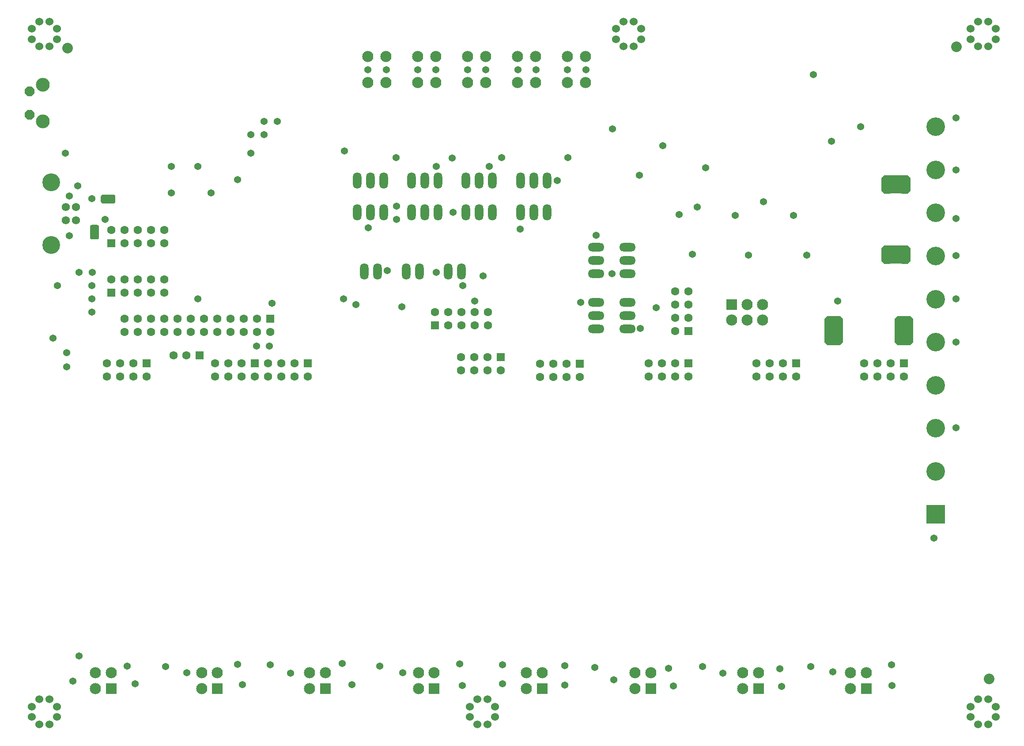
<source format=gbs>
G04*
G04 #@! TF.GenerationSoftware,Altium Limited,Altium Designer,19.0.12 (326)*
G04*
G04 Layer_Color=16711935*
%FSLAX25Y25*%
%MOIN*%
G70*
G01*
G75*
%ADD126C,0.06000*%
G04:AMPARAMS|DCode=154|XSize=80mil|YSize=80mil|CornerRadius=40mil|HoleSize=0mil|Usage=FLASHONLY|Rotation=180.000|XOffset=0mil|YOffset=0mil|HoleType=Round|Shape=RoundedRectangle|*
%AMROUNDEDRECTD154*
21,1,0.08000,0.00000,0,0,180.0*
21,1,0.00000,0.08000,0,0,180.0*
1,1,0.08000,0.00000,0.00000*
1,1,0.08000,0.00000,0.00000*
1,1,0.08000,0.00000,0.00000*
1,1,0.08000,0.00000,0.00000*
%
%ADD154ROUNDEDRECTD154*%
%ADD179R,0.08400X0.08400*%
%ADD193C,0.08400*%
%ADD194O,0.13998X0.14000*%
%ADD195R,0.13998X0.14000*%
%ADD196O,0.06400X0.12400*%
%ADD197O,0.12400X0.06400*%
%ADD198R,0.06306X0.06306*%
%ADD199C,0.06306*%
%ADD200R,0.06306X0.06306*%
G04:AMPARAMS|DCode=201|XSize=137mil|YSize=87mil|CornerRadius=0mil|HoleSize=0mil|Usage=FLASHONLY|Rotation=180.000|XOffset=0mil|YOffset=0mil|HoleType=Round|Shape=Octagon|*
%AMOCTAGOND201*
4,1,8,-0.06850,0.02175,-0.06850,-0.02175,-0.04675,-0.04350,0.04675,-0.04350,0.06850,-0.02175,0.06850,0.02175,0.04675,0.04350,-0.04675,0.04350,-0.06850,0.02175,0.0*
%
%ADD201OCTAGOND201*%

%ADD202C,0.10400*%
%ADD203P,0.08010X8X292.5*%
%ADD204C,0.13450*%
%ADD205C,0.06200*%
G04:AMPARAMS|DCode=206|XSize=137mil|YSize=87mil|CornerRadius=0mil|HoleSize=0mil|Usage=FLASHONLY|Rotation=90.000|XOffset=0mil|YOffset=0mil|HoleType=Round|Shape=Octagon|*
%AMOCTAGOND206*
4,1,8,0.02175,0.06850,-0.02175,0.06850,-0.04350,0.04675,-0.04350,-0.04675,-0.02175,-0.06850,0.02175,-0.06850,0.04350,-0.04675,0.04350,0.04675,0.02175,0.06850,0.0*
%
%ADD206OCTAGOND206*%

%ADD366R,0.07045X0.03543*%
%ADD367R,0.03543X0.07045*%
%ADD368C,0.05400*%
G04:AMPARAMS|DCode=369|XSize=54mil|YSize=54mil|CornerRadius=27mil|HoleSize=0mil|Usage=FLASHONLY|Rotation=0.000|XOffset=0mil|YOffset=0mil|HoleType=Round|Shape=RoundedRectangle|*
%AMROUNDEDRECTD369*
21,1,0.05400,0.00000,0,0,0.0*
21,1,0.00000,0.05400,0,0,0.0*
1,1,0.05400,0.00000,0.00000*
1,1,0.05400,0.00000,0.00000*
1,1,0.05400,0.00000,0.00000*
1,1,0.05400,0.00000,0.00000*
%
%ADD369ROUNDEDRECTD369*%
G04:AMPARAMS|DCode=370|XSize=54mil|YSize=54mil|CornerRadius=27mil|HoleSize=0mil|Usage=FLASHONLY|Rotation=270.000|XOffset=0mil|YOffset=0mil|HoleType=Round|Shape=RoundedRectangle|*
%AMROUNDEDRECTD370*
21,1,0.05400,0.00000,0,0,270.0*
21,1,0.00000,0.05400,0,0,270.0*
1,1,0.05400,0.00000,0.00000*
1,1,0.05400,0.00000,0.00000*
1,1,0.05400,0.00000,0.00000*
1,1,0.05400,0.00000,0.00000*
%
%ADD370ROUNDEDRECTD370*%
G04:AMPARAMS|DCode=371|XSize=50mil|YSize=67mil|CornerRadius=13.5mil|HoleSize=0mil|Usage=FLASHONLY|Rotation=90.000|XOffset=0mil|YOffset=0mil|HoleType=Round|Shape=RoundedRectangle|*
%AMROUNDEDRECTD371*
21,1,0.05000,0.04000,0,0,90.0*
21,1,0.02300,0.06700,0,0,90.0*
1,1,0.02700,0.02000,0.01150*
1,1,0.02700,0.02000,-0.01150*
1,1,0.02700,-0.02000,-0.01150*
1,1,0.02700,-0.02000,0.01150*
%
%ADD371ROUNDEDRECTD371*%
G04:AMPARAMS|DCode=372|XSize=50mil|YSize=67mil|CornerRadius=13.5mil|HoleSize=0mil|Usage=FLASHONLY|Rotation=180.000|XOffset=0mil|YOffset=0mil|HoleType=Round|Shape=RoundedRectangle|*
%AMROUNDEDRECTD372*
21,1,0.05000,0.04000,0,0,180.0*
21,1,0.02300,0.06700,0,0,180.0*
1,1,0.02700,-0.01150,0.02000*
1,1,0.02700,0.01150,0.02000*
1,1,0.02700,0.01150,-0.02000*
1,1,0.02700,-0.01150,-0.02000*
%
%ADD372ROUNDEDRECTD372*%
G36*
X608559Y302827D02*
X622459D01*
Y311927D01*
X608559D01*
Y302827D01*
D02*
G37*
G36*
X661559D02*
X675459D01*
Y311927D01*
X661559D01*
Y302827D01*
D02*
G37*
G36*
X657805Y371913D02*
Y358013D01*
X666905D01*
Y371913D01*
X657805D01*
D02*
G37*
G36*
Y424913D02*
Y411013D01*
X666905D01*
Y424913D01*
X657805D01*
D02*
G37*
G54D126*
X456693Y540945D02*
D03*
X464567D02*
D03*
X470079Y535433D02*
D03*
Y527559D02*
D03*
X464567Y522047D02*
D03*
X456693D02*
D03*
X451181Y527559D02*
D03*
Y535433D02*
D03*
X346457Y29134D02*
D03*
X354331D02*
D03*
X359842Y23622D02*
D03*
Y15748D02*
D03*
X354331Y10236D02*
D03*
X346457D02*
D03*
X340945Y15748D02*
D03*
Y23622D02*
D03*
X732283Y10236D02*
D03*
X724409D02*
D03*
X718898Y15748D02*
D03*
Y23622D02*
D03*
X724409Y29134D02*
D03*
X732283D02*
D03*
X737795Y23622D02*
D03*
Y15748D02*
D03*
X23622Y10236D02*
D03*
X15748D02*
D03*
X10236Y15748D02*
D03*
Y23622D02*
D03*
X15748Y29134D02*
D03*
X23622D02*
D03*
X29134Y23622D02*
D03*
Y15748D02*
D03*
X23622Y522047D02*
D03*
X15748D02*
D03*
X10236Y527559D02*
D03*
Y535433D02*
D03*
X15748Y540945D02*
D03*
X23622D02*
D03*
X29134Y535433D02*
D03*
Y527559D02*
D03*
X732283Y522047D02*
D03*
X724409D02*
D03*
X718898Y527559D02*
D03*
Y535433D02*
D03*
X724409Y540945D02*
D03*
X732283D02*
D03*
X737795Y535433D02*
D03*
Y527559D02*
D03*
G54D154*
X37284Y520650D02*
D03*
X732810Y44538D02*
D03*
X708162Y521976D02*
D03*
G54D179*
X538389Y327258D02*
D03*
X640062Y37283D02*
D03*
X558762D02*
D03*
X477462D02*
D03*
X395407D02*
D03*
X313879D02*
D03*
X231824D02*
D03*
X150297D02*
D03*
X70044D02*
D03*
G54D193*
X414560Y514597D02*
D03*
X428339D02*
D03*
Y494912D02*
D03*
X414560D02*
D03*
X376860D02*
D03*
X390639D02*
D03*
Y514597D02*
D03*
X376860D02*
D03*
X339160D02*
D03*
X352940D02*
D03*
Y494912D02*
D03*
X339160D02*
D03*
X301460D02*
D03*
X315240D02*
D03*
Y514597D02*
D03*
X301460D02*
D03*
X263761D02*
D03*
X277540D02*
D03*
Y494912D02*
D03*
X263761D02*
D03*
X562011Y315447D02*
D03*
Y327258D02*
D03*
X550200Y315447D02*
D03*
Y327258D02*
D03*
X538389Y315447D02*
D03*
X640062Y49094D02*
D03*
X628251Y37283D02*
D03*
Y49094D02*
D03*
X546951D02*
D03*
Y37283D02*
D03*
X558762Y49094D02*
D03*
X477462D02*
D03*
X465651Y37283D02*
D03*
Y49094D02*
D03*
X383595D02*
D03*
Y37283D02*
D03*
X395407Y49094D02*
D03*
X313879D02*
D03*
X302068Y37283D02*
D03*
Y49094D02*
D03*
X220013D02*
D03*
Y37283D02*
D03*
X231824Y49094D02*
D03*
X150297D02*
D03*
X138486Y37283D02*
D03*
Y49094D02*
D03*
X58233D02*
D03*
Y37283D02*
D03*
X70044Y49094D02*
D03*
G54D194*
X692500Y461332D02*
D03*
Y428831D02*
D03*
Y396332D02*
D03*
Y363831D02*
D03*
Y201253D02*
D03*
Y233753D02*
D03*
Y266253D02*
D03*
Y298753D02*
D03*
Y331253D02*
D03*
G54D195*
Y168753D02*
D03*
G54D196*
X379035Y420653D02*
D03*
X389035D02*
D03*
X399035D02*
D03*
X379035Y396653D02*
D03*
X389035D02*
D03*
X399035D02*
D03*
X303000Y352053D02*
D03*
X293000D02*
D03*
X275700Y396653D02*
D03*
X265700D02*
D03*
X255700D02*
D03*
X337800D02*
D03*
X347800D02*
D03*
X357800D02*
D03*
X296750D02*
D03*
X306750D02*
D03*
X316750D02*
D03*
X357800Y420653D02*
D03*
X347800D02*
D03*
X337800D02*
D03*
X316750D02*
D03*
X306750D02*
D03*
X296750D02*
D03*
X275700D02*
D03*
X265700D02*
D03*
X255700D02*
D03*
X334500Y352053D02*
D03*
X324500D02*
D03*
X271300D02*
D03*
X261300D02*
D03*
G54D197*
X436024Y328898D02*
D03*
Y318898D02*
D03*
Y308898D02*
D03*
Y370472D02*
D03*
Y360472D02*
D03*
Y350472D02*
D03*
X459842Y308898D02*
D03*
Y318898D02*
D03*
Y328898D02*
D03*
Y350374D02*
D03*
Y360374D02*
D03*
Y370374D02*
D03*
G54D198*
X668427Y282716D02*
D03*
X587127D02*
D03*
X505827D02*
D03*
X423771Y282419D02*
D03*
X364303Y287596D02*
D03*
X218397Y282812D02*
D03*
X96870Y282716D02*
D03*
X178661D02*
D03*
X314476Y311639D02*
D03*
X190100Y316353D02*
D03*
X70300Y336053D02*
D03*
Y373547D02*
D03*
G54D199*
X668427Y272716D02*
D03*
X658427Y282716D02*
D03*
Y272716D02*
D03*
X648427Y282716D02*
D03*
Y272716D02*
D03*
X638427Y282716D02*
D03*
Y272716D02*
D03*
X587127D02*
D03*
X577127Y282716D02*
D03*
Y272716D02*
D03*
X567127Y282716D02*
D03*
Y272716D02*
D03*
X557127Y282716D02*
D03*
Y272716D02*
D03*
X505827D02*
D03*
X495827Y282716D02*
D03*
Y272716D02*
D03*
X485827Y282716D02*
D03*
Y272716D02*
D03*
X475827Y282716D02*
D03*
Y272716D02*
D03*
X423771Y272419D02*
D03*
X413771Y282419D02*
D03*
Y272419D02*
D03*
X403771Y282419D02*
D03*
Y272419D02*
D03*
X393771Y282419D02*
D03*
Y272419D02*
D03*
X364303Y277596D02*
D03*
X354303Y287596D02*
D03*
Y277596D02*
D03*
X344303Y287596D02*
D03*
Y277596D02*
D03*
X334303Y287596D02*
D03*
Y277596D02*
D03*
X218397Y272812D02*
D03*
X208397Y282812D02*
D03*
Y272812D02*
D03*
X198397Y282812D02*
D03*
Y272812D02*
D03*
X188397Y282812D02*
D03*
Y272812D02*
D03*
X96870Y272716D02*
D03*
X86870Y282716D02*
D03*
Y272716D02*
D03*
X76870Y282716D02*
D03*
Y272716D02*
D03*
X66870Y282716D02*
D03*
Y272716D02*
D03*
X126969Y288740D02*
D03*
X117205D02*
D03*
X178661Y272716D02*
D03*
X168661Y282716D02*
D03*
Y272716D02*
D03*
X158661Y282716D02*
D03*
Y272716D02*
D03*
X148661Y282716D02*
D03*
Y272716D02*
D03*
X495807Y337008D02*
D03*
X505807D02*
D03*
X495807Y327008D02*
D03*
X505807D02*
D03*
X495807Y317008D02*
D03*
X505807D02*
D03*
X495807Y307008D02*
D03*
X354476Y321639D02*
D03*
Y311639D02*
D03*
X344476Y321639D02*
D03*
Y311639D02*
D03*
X334476Y321639D02*
D03*
Y311639D02*
D03*
X324476Y321639D02*
D03*
Y311639D02*
D03*
X314476Y321639D02*
D03*
X80100Y306353D02*
D03*
Y316353D02*
D03*
X90100Y306353D02*
D03*
Y316353D02*
D03*
X100100Y306353D02*
D03*
Y316353D02*
D03*
X110100Y306353D02*
D03*
Y316353D02*
D03*
X120100Y306353D02*
D03*
Y316353D02*
D03*
X130100Y306353D02*
D03*
Y316353D02*
D03*
X140100Y306353D02*
D03*
Y316353D02*
D03*
X150100Y306353D02*
D03*
Y316353D02*
D03*
X160100Y306353D02*
D03*
Y316353D02*
D03*
X170100Y306353D02*
D03*
Y316353D02*
D03*
X180100Y306353D02*
D03*
Y316353D02*
D03*
X190100Y306353D02*
D03*
X110300Y346053D02*
D03*
Y336053D02*
D03*
X100300Y346053D02*
D03*
Y336053D02*
D03*
X90300Y346053D02*
D03*
Y336053D02*
D03*
X80300Y346053D02*
D03*
Y336053D02*
D03*
X70300Y346053D02*
D03*
X110300Y383546D02*
D03*
Y373547D02*
D03*
X100300Y383546D02*
D03*
Y373547D02*
D03*
X90300Y383546D02*
D03*
Y373547D02*
D03*
X80300Y383546D02*
D03*
Y373547D02*
D03*
X70300Y383546D02*
D03*
G54D200*
X136969Y288740D02*
D03*
X505807Y307008D02*
D03*
G54D201*
X615519Y300722D02*
D03*
Y314122D02*
D03*
X668519D02*
D03*
Y300722D02*
D03*
G54D202*
X18400Y465453D02*
D03*
Y493053D02*
D03*
G54D203*
X8600Y470353D02*
D03*
Y488153D02*
D03*
G54D204*
X25000Y372053D02*
D03*
Y419375D02*
D03*
G54D205*
X35700Y390753D02*
D03*
Y400674D02*
D03*
X43600D02*
D03*
Y390753D02*
D03*
G54D206*
X655700Y417953D02*
D03*
X669100D02*
D03*
Y364953D02*
D03*
X655700D02*
D03*
G54D366*
X57656Y381717D02*
D03*
G54D367*
X68110Y406893D02*
D03*
G54D368*
X246246Y443015D02*
D03*
X285168Y438101D02*
D03*
X327444Y437711D02*
D03*
X364728Y438101D02*
D03*
X414960Y438257D02*
D03*
X263874Y504323D02*
D03*
X277758D02*
D03*
X301626D02*
D03*
X315198D02*
D03*
X339222D02*
D03*
X352872D02*
D03*
X377052D02*
D03*
X390702D02*
D03*
X414648D02*
D03*
X428376D02*
D03*
X378838Y383996D02*
D03*
X691142Y150925D02*
D03*
X406960Y420653D02*
D03*
X88296Y40716D02*
D03*
X82212Y54288D02*
D03*
X41340Y42666D02*
D03*
X45786Y61776D02*
D03*
X659490Y39390D02*
D03*
X659334Y54990D02*
D03*
X598026Y53742D02*
D03*
X614718Y49842D02*
D03*
X576108Y38844D02*
D03*
X574860Y52026D02*
D03*
X516594Y53976D02*
D03*
X531960Y48906D02*
D03*
X494442Y39234D02*
D03*
X491010Y52416D02*
D03*
X435084Y53196D02*
D03*
X449670Y43836D02*
D03*
X412542Y39936D02*
D03*
X412464Y54366D02*
D03*
X365430Y40950D02*
D03*
Y55146D02*
D03*
X335322Y39624D02*
D03*
X333138Y55770D02*
D03*
X272858Y54288D02*
D03*
X290238Y49140D02*
D03*
X251706Y40092D02*
D03*
X244686Y56160D02*
D03*
X190086Y55068D02*
D03*
X205608Y48672D02*
D03*
X169260Y40014D02*
D03*
X127140Y49062D02*
D03*
X111072Y53976D02*
D03*
X165438Y55536D02*
D03*
X191437Y328287D02*
D03*
X289637Y325638D02*
D03*
X707928Y331631D02*
D03*
X38600Y409101D02*
D03*
X44900Y416853D02*
D03*
X285500Y401501D02*
D03*
X707928Y428819D02*
D03*
X264244Y385109D02*
D03*
X315500Y431501D02*
D03*
X285500Y391501D02*
D03*
X355500Y431501D02*
D03*
X328051Y396791D02*
D03*
X635700Y461410D02*
D03*
X512570Y400726D02*
D03*
X707928Y298871D02*
D03*
Y364235D02*
D03*
X38600Y379101D02*
D03*
X55413Y407150D02*
D03*
X707928Y234131D02*
D03*
X618540Y329837D02*
D03*
X448538Y459874D02*
D03*
X486595Y447051D02*
D03*
X36513Y290977D02*
D03*
X36583Y280205D02*
D03*
X509012Y365002D02*
D03*
X551212Y364601D02*
D03*
X595311Y364602D02*
D03*
X707928Y392003D02*
D03*
X254893Y327202D02*
D03*
X350886Y348661D02*
D03*
X165500Y421501D02*
D03*
X195500Y465438D02*
D03*
X185500Y455438D02*
D03*
Y465438D02*
D03*
X179921Y295709D02*
D03*
X245500Y331501D02*
D03*
X189567Y295905D02*
D03*
X335500Y341501D02*
D03*
X315500Y351501D02*
D03*
X278614Y352793D02*
D03*
X135500Y331501D02*
D03*
X55709Y351501D02*
D03*
X55500Y331501D02*
D03*
X26100Y301753D02*
D03*
X55500Y341501D02*
D03*
Y321501D02*
D03*
X29500Y341501D02*
D03*
X45709Y351501D02*
D03*
X65500Y391501D02*
D03*
X115500Y411501D02*
D03*
X145500D02*
D03*
X175500Y441501D02*
D03*
X613848Y450597D02*
D03*
X135500Y431501D02*
D03*
X115500D02*
D03*
X469012Y424650D02*
D03*
X562570Y404663D02*
D03*
X585311Y394602D02*
D03*
X541212Y394601D02*
D03*
X499012Y395002D02*
D03*
X35500Y441501D02*
D03*
X175500Y455438D02*
D03*
X707928Y468097D02*
D03*
G54D369*
X448200Y350332D02*
D03*
X424578Y328875D02*
D03*
X469657Y309092D02*
D03*
X481468Y324840D02*
D03*
G54D370*
X436024Y379368D02*
D03*
X518830Y430439D02*
D03*
X600300Y500701D02*
D03*
X344476Y329860D02*
D03*
G54D371*
X57579Y384816D02*
D03*
Y378816D02*
D03*
G54D372*
X71012Y406816D02*
D03*
X65012D02*
D03*
M02*

</source>
